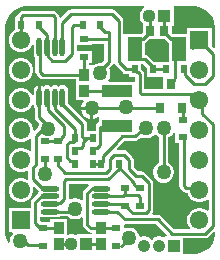
<source format=gbl>
G04*
G04 #@! TF.GenerationSoftware,Altium Limited,Altium Designer,22.2.1 (43)*
G04*
G04 Layer_Physical_Order=2*
G04 Layer_Color=16711680*
%FSLAX44Y44*%
%MOMM*%
G71*
G04*
G04 #@! TF.SameCoordinates,1728C203-2672-44AB-99B5-9D0C7A82A750*
G04*
G04*
G04 #@! TF.FilePolarity,Positive*
G04*
G01*
G75*
%ADD15R,0.5000X0.8000*%
%ADD17R,0.8000X0.5000*%
%ADD20R,0.7500X0.9000*%
%ADD27R,1.1200X1.1200*%
%ADD28C,1.1200*%
%ADD32C,0.2540*%
%ADD33C,1.5500*%
%ADD34R,1.5500X1.5500*%
%ADD35C,1.0500*%
%ADD36R,1.0500X1.0500*%
%ADD37C,1.2700*%
%ADD38O,0.4500X1.6000*%
%ADD39O,1.6000X0.4500*%
%ADD40R,2.6000X1.0000*%
%ADD41R,1.2500X2.0000*%
%ADD42R,0.8000X0.9000*%
%ADD43R,0.9121X1.0578*%
G36*
X117738Y208280D02*
X116922Y207809D01*
X115406Y206293D01*
X114335Y204437D01*
X113780Y202367D01*
Y200223D01*
X114335Y198153D01*
X115406Y196297D01*
X116330Y195373D01*
Y187049D01*
X115159Y185877D01*
X114613D01*
X114237Y185803D01*
X100843D01*
X100027Y186735D01*
Y197406D01*
X99731Y198892D01*
X98889Y200152D01*
X93040Y206002D01*
X91780Y206844D01*
X90293Y207140D01*
X55935D01*
X54448Y206844D01*
X53188Y206002D01*
X46968Y199782D01*
X45795Y200268D01*
Y200442D01*
X45499Y201929D01*
X44657Y203189D01*
X43169Y204677D01*
X41909Y205519D01*
X40422Y205815D01*
X14823D01*
X13336Y205519D01*
X12076Y204677D01*
X10588Y203189D01*
X9746Y201929D01*
X9450Y200442D01*
Y200215D01*
X8295D01*
Y189947D01*
X7017Y189209D01*
X5101Y187293D01*
X3746Y184947D01*
X3045Y182330D01*
Y179620D01*
X3746Y177003D01*
X5101Y174657D01*
X7017Y172741D01*
X9363Y171386D01*
X11980Y170685D01*
X14690D01*
X17307Y171386D01*
X19653Y172741D01*
X21569Y174657D01*
X22756Y176713D01*
X24026Y176388D01*
Y169510D01*
X24398Y167641D01*
X25400Y166141D01*
Y154230D01*
X25696Y152743D01*
X26538Y151483D01*
X29003Y149018D01*
X30263Y148176D01*
X31750Y147880D01*
X59574D01*
Y143936D01*
Y130393D01*
X65859D01*
X66385Y129122D01*
X65911Y128649D01*
X64741Y126621D01*
X64162Y124460D01*
X73025D01*
Y123190D01*
X74295D01*
Y114327D01*
X76456Y114906D01*
X78241Y115936D01*
X79068Y115561D01*
X79439Y115235D01*
Y111311D01*
X79076Y111239D01*
X77816Y110397D01*
X76974Y109136D01*
X76678Y107650D01*
Y104330D01*
X69250D01*
Y109555D01*
X68954Y111042D01*
X68112Y112302D01*
X53294Y127120D01*
Y138010D01*
X52922Y139879D01*
X51863Y141463D01*
X50279Y142522D01*
X48410Y142894D01*
X46541Y142522D01*
X45160Y141599D01*
X43779Y142522D01*
X41910Y142894D01*
X40041Y142522D01*
X38660Y141599D01*
X37279Y142522D01*
X35410Y142894D01*
X33541Y142522D01*
X32160Y141599D01*
X30779Y142522D01*
X30180Y142641D01*
Y132260D01*
X27640D01*
Y142641D01*
X27041Y142522D01*
X25457Y141463D01*
X24398Y139879D01*
X24026Y138010D01*
Y134762D01*
X22756Y134437D01*
X21569Y136493D01*
X19653Y138409D01*
X17307Y139764D01*
X14690Y140465D01*
X11980D01*
X9363Y139764D01*
X7017Y138409D01*
X5101Y136493D01*
X3746Y134147D01*
X3045Y131530D01*
Y128820D01*
X3746Y126203D01*
X5101Y123857D01*
X7017Y121941D01*
X9363Y120586D01*
X11980Y119885D01*
X14690D01*
X17307Y120586D01*
X19653Y121941D01*
X21569Y123857D01*
X22826Y126034D01*
X23384Y126082D01*
X24152Y125879D01*
X24398Y124641D01*
X25025Y123702D01*
Y115634D01*
X25321Y114148D01*
X26163Y112888D01*
X28884Y110167D01*
X28191Y108966D01*
X27677Y107049D01*
X24895Y104267D01*
X23625Y104793D01*
Y106130D01*
X22924Y108747D01*
X21569Y111093D01*
X19653Y113009D01*
X17307Y114364D01*
X14690Y115065D01*
X11980D01*
X9363Y114364D01*
X7017Y113009D01*
X5101Y111093D01*
X3746Y108747D01*
X3045Y106130D01*
Y103420D01*
X3746Y100803D01*
X5101Y98457D01*
X7017Y96541D01*
X9363Y95186D01*
X11980Y94485D01*
X14690D01*
X17307Y95186D01*
X19653Y96541D01*
X20631Y97519D01*
X21901Y96993D01*
Y87157D01*
X20631Y86631D01*
X19653Y87609D01*
X17307Y88964D01*
X14690Y89665D01*
X11980D01*
X9363Y88964D01*
X7017Y87609D01*
X5101Y85693D01*
X3746Y83347D01*
X3045Y80730D01*
Y78020D01*
X3746Y75403D01*
X5101Y73057D01*
X7017Y71141D01*
X9363Y69786D01*
X11980Y69085D01*
X14690D01*
X17307Y69786D01*
X18511Y70481D01*
X19610Y69846D01*
Y63737D01*
X19619Y63696D01*
X18485Y62883D01*
X17307Y63564D01*
X14690Y64265D01*
X11980D01*
X9363Y63564D01*
X7017Y62209D01*
X5101Y60293D01*
X3746Y57947D01*
X3045Y55330D01*
Y52620D01*
X3746Y50003D01*
X5101Y47657D01*
X7017Y45741D01*
X9363Y44386D01*
X11980Y43685D01*
X14690D01*
X17307Y44386D01*
X19653Y45741D01*
X21569Y47657D01*
X22924Y50003D01*
X23625Y52620D01*
Y55330D01*
X23264Y56678D01*
X24402Y57336D01*
X26700Y55038D01*
X26739Y55012D01*
X27929Y53822D01*
X28018Y53376D01*
X28216Y53079D01*
X27796Y51423D01*
X27338Y51117D01*
X22653Y46432D01*
X21811Y45172D01*
X21515Y43685D01*
Y38865D01*
X3045D01*
Y18285D01*
X5822D01*
X6348Y17015D01*
X5586Y16254D01*
X4416Y14226D01*
X3810Y11965D01*
Y9625D01*
X2648Y9055D01*
X2072Y9751D01*
X708Y13044D01*
X0Y16601D01*
Y18415D01*
Y191135D01*
Y192949D01*
X708Y196506D01*
X2096Y199858D01*
X4111Y202874D01*
X6676Y205439D01*
X9692Y207454D01*
X13044Y208842D01*
X16601Y209550D01*
X117398D01*
X117738Y208280D01*
D02*
G37*
G36*
X164307Y208818D02*
X167774Y207382D01*
X170894Y205297D01*
X173547Y202644D01*
X175632Y199524D01*
X177068Y196057D01*
X177800Y192376D01*
Y174768D01*
X176627Y174282D01*
X174730Y176179D01*
Y191265D01*
X154150D01*
Y185803D01*
X142528D01*
X142153Y185877D01*
X142081D01*
X140910Y187049D01*
Y193155D01*
X142760D01*
Y209435D01*
X143982Y209550D01*
X160626D01*
X164307Y208818D01*
D02*
G37*
G36*
X137725Y179246D02*
X138343Y178833D01*
Y162750D01*
X131090D01*
Y162750D01*
X130135Y162780D01*
Y162780D01*
X129832Y162780D01*
X125549D01*
X121049Y167279D01*
X119789Y168122D01*
X118423Y168393D01*
Y178516D01*
X119515Y179246D01*
X121824Y181555D01*
X135416D01*
X137725Y179246D01*
D02*
G37*
G36*
X83745Y163691D02*
X81554Y161499D01*
X81296Y161568D01*
X78955D01*
X76694Y160963D01*
X74961Y159962D01*
X73776Y159594D01*
X73776Y159594D01*
X73776Y159594D01*
X70560D01*
Y161570D01*
X73215D01*
Y171650D01*
X60735D01*
Y176570D01*
X73215D01*
Y177725D01*
X83745D01*
Y163691D01*
D02*
G37*
G36*
X92554Y160763D02*
X93396Y159502D01*
X99405Y153493D01*
X100665Y152651D01*
X102152Y152355D01*
X105055D01*
Y149700D01*
X109968D01*
Y145761D01*
X87440D01*
X86954Y146935D01*
X87239Y147220D01*
X88410Y149247D01*
X89016Y151508D01*
Y153849D01*
X88410Y156110D01*
X87949Y156907D01*
X90377Y159335D01*
X91219Y160595D01*
X91256Y160779D01*
X92550D01*
X92554Y160763D01*
D02*
G37*
G36*
X120055Y157286D02*
Y149700D01*
X130135D01*
Y149700D01*
X131090Y149670D01*
Y149670D01*
X131393Y149670D01*
X133820D01*
Y139140D01*
X117737D01*
Y152022D01*
X117441Y153509D01*
X116599Y154769D01*
X115135Y156233D01*
Y160648D01*
X116693D01*
X120055Y157286D01*
D02*
G37*
G36*
X143955Y102529D02*
Y93625D01*
X147245D01*
Y57387D01*
X147541Y55900D01*
X148383Y54640D01*
X150133Y52890D01*
X151393Y52048D01*
X152880Y51752D01*
X154383D01*
X154851Y50003D01*
X156206Y47657D01*
X158122Y45741D01*
X160468Y44386D01*
X163085Y43685D01*
X165795D01*
X168412Y44386D01*
X170758Y45741D01*
X170942Y45925D01*
X172115Y45439D01*
Y37111D01*
X170942Y36625D01*
X170758Y36809D01*
X168412Y38164D01*
X165795Y38865D01*
X163085D01*
X160468Y38164D01*
X158122Y36809D01*
X156206Y34893D01*
X154851Y32547D01*
X154150Y29930D01*
Y27220D01*
X154851Y24603D01*
X156206Y22257D01*
X156390Y22073D01*
X155904Y20900D01*
X143012D01*
X131954Y31957D01*
X130694Y32799D01*
X129208Y33095D01*
X124897D01*
X124429Y34365D01*
X125064Y35315D01*
X125360Y36802D01*
Y59958D01*
X125064Y61445D01*
X124222Y62705D01*
X118211Y68715D01*
X116951Y69557D01*
X115465Y69853D01*
X112407D01*
X108672Y73588D01*
Y79580D01*
X108377Y81067D01*
X107535Y82327D01*
X103105Y86757D01*
X101845Y87599D01*
X100358Y87895D01*
X94783D01*
X94297Y89068D01*
X100755Y95527D01*
X109557D01*
X111043Y95822D01*
X111263Y95969D01*
X111731Y96062D01*
X112991Y96904D01*
X115020Y98932D01*
X115949Y98396D01*
X118210Y97790D01*
X120550D01*
X122811Y98396D01*
X124839Y99566D01*
X126206Y100934D01*
X127000Y101109D01*
X127794Y100934D01*
X129161Y99566D01*
X130418Y98841D01*
Y77421D01*
X128526Y76329D01*
X126871Y74674D01*
X125701Y72646D01*
X125095Y70385D01*
Y68045D01*
X125701Y65784D01*
X126871Y63756D01*
X128526Y62101D01*
X130554Y60931D01*
X132815Y60325D01*
X135155D01*
X137416Y60931D01*
X139444Y62101D01*
X141099Y63756D01*
X142269Y65784D01*
X142875Y68045D01*
Y70385D01*
X142269Y72646D01*
X141099Y74674D01*
X139444Y76329D01*
X138187Y77054D01*
Y98474D01*
X140079Y99566D01*
X141734Y101221D01*
X142685Y102869D01*
X143955Y102529D01*
D02*
G37*
G36*
X70755Y57895D02*
X70338Y57617D01*
X66723Y54002D01*
X65881Y52742D01*
X65585Y51255D01*
Y45782D01*
X64315Y45366D01*
X62486Y46422D01*
X60225Y47027D01*
X57885D01*
X55624Y46422D01*
X55227Y46193D01*
X53975Y46936D01*
Y59166D01*
X70370D01*
X70755Y57895D01*
D02*
G37*
G36*
X53596Y31024D02*
X55624Y29853D01*
X57885Y29247D01*
X60225D01*
X62486Y29853D01*
X64315Y30909D01*
X65585Y30493D01*
Y24739D01*
X65881Y23253D01*
X66723Y21993D01*
X69664Y19052D01*
X70924Y18210D01*
X72411Y17914D01*
X73544D01*
Y16395D01*
X60440D01*
Y16292D01*
X59340Y15656D01*
X59022Y15840D01*
X56952Y16395D01*
X54808D01*
X53456Y16033D01*
X52186Y16895D01*
Y29419D01*
X37984D01*
Y26510D01*
X30704D01*
X29285Y27929D01*
Y30805D01*
X30405Y31404D01*
X30661Y31233D01*
X32530Y30861D01*
X44030D01*
X45899Y31233D01*
X46838Y31860D01*
X52760D01*
X53596Y31024D01*
D02*
G37*
G36*
X136975Y15948D02*
X136489Y14775D01*
X135085D01*
Y14612D01*
X133815Y13879D01*
X133182Y14244D01*
X131201Y14775D01*
X129149D01*
X127168Y14244D01*
X125392Y13218D01*
X124677Y12504D01*
X123825Y11857D01*
X122973Y12504D01*
X122258Y13218D01*
X120482Y14244D01*
X118501Y14775D01*
X116449D01*
X114978Y14381D01*
X114803Y14392D01*
X113780Y14910D01*
X113519Y15163D01*
X113102Y16720D01*
X111932Y18748D01*
X110277Y20403D01*
X108249Y21573D01*
X105988Y22179D01*
X103648D01*
X101790Y21681D01*
X100520Y22387D01*
Y24618D01*
X101382Y25325D01*
X127598D01*
X136975Y15948D01*
D02*
G37*
G36*
X177800Y18434D02*
Y16029D01*
X177117Y12594D01*
X175776Y9358D01*
X173831Y6446D01*
X171354Y3969D01*
X168442Y2024D01*
X165206Y683D01*
X161771Y0D01*
X150665D01*
Y13130D01*
X169228D01*
X170715Y13426D01*
X171975Y14268D01*
X176627Y18920D01*
X177800Y18434D01*
D02*
G37*
%LPC*%
G36*
X14690Y165865D02*
X11980D01*
X9363Y165164D01*
X7017Y163809D01*
X5101Y161893D01*
X3746Y159547D01*
X3045Y156930D01*
Y154220D01*
X3746Y151603D01*
X5101Y149257D01*
X7017Y147341D01*
X9363Y145986D01*
X11980Y145285D01*
X14690D01*
X17307Y145986D01*
X19653Y147341D01*
X21569Y149257D01*
X22924Y151603D01*
X23625Y154220D01*
Y156930D01*
X22924Y159547D01*
X21569Y161893D01*
X19653Y163809D01*
X17307Y165164D01*
X14690Y165865D01*
D02*
G37*
G36*
X71755Y121920D02*
X64162D01*
X64741Y119759D01*
X65911Y117731D01*
X67566Y116076D01*
X69594Y114906D01*
X71755Y114327D01*
Y121920D01*
D02*
G37*
%LPD*%
D15*
X59055Y76200D02*
D03*
X74055D02*
D03*
X96280D02*
D03*
X81280D02*
D03*
X59055Y86995D02*
D03*
X74055D02*
D03*
X80405Y193675D02*
D03*
X65405D02*
D03*
X59055Y97790D02*
D03*
X74055D02*
D03*
X28335Y193675D02*
D03*
X13335D02*
D03*
X151130Y156210D02*
D03*
X136130D02*
D03*
X110095Y156240D02*
D03*
X125095D02*
D03*
D17*
X31750Y6470D02*
D03*
Y21470D02*
D03*
X44450Y80645D02*
D03*
Y95645D02*
D03*
X113665Y40880D02*
D03*
Y55880D02*
D03*
X66675Y181610D02*
D03*
Y166610D02*
D03*
X101600Y55880D02*
D03*
Y40880D02*
D03*
X93980Y21470D02*
D03*
Y6470D02*
D03*
X33655Y80645D02*
D03*
Y95645D02*
D03*
X150495Y98665D02*
D03*
Y113665D02*
D03*
D20*
X134620Y188595D02*
D03*
X122620D02*
D03*
D27*
X68580Y8255D02*
D03*
X134620Y201295D02*
D03*
D28*
X55880Y8255D02*
D03*
X121920Y201295D02*
D03*
D32*
X143510Y148543D02*
Y169640D01*
X147133Y173263D01*
X140360Y143825D02*
X143090Y146555D01*
Y148123D01*
X143510Y148543D01*
X133985Y69215D02*
X134303Y69532D01*
Y106362D01*
X80126Y152678D02*
Y154577D01*
X87630Y162082D01*
X129215Y123190D02*
X130835Y124810D01*
X102014Y123190D02*
X129215D01*
X38280Y35745D02*
X53913D01*
X56306Y38137D01*
X59055D01*
X97899Y6241D02*
X98306D01*
X104818Y12753D01*
Y13289D01*
X72411Y21799D02*
X80645D01*
X80974Y21470D01*
X93980D01*
X25400Y26320D02*
X29495Y22225D01*
X25400Y26320D02*
Y43685D01*
X29495Y22225D02*
X44450D01*
X19019Y7225D02*
X31750D01*
X94847Y35745D02*
X101382Y29210D01*
X129208D02*
X141403Y17015D01*
X101382Y29210D02*
X129208D01*
X119243Y34570D02*
X121475Y36802D01*
X108087Y34570D02*
X119243D01*
X104330Y38327D02*
X108087Y34570D01*
X101600Y40880D02*
X103100D01*
X104330Y39650D01*
Y38327D02*
Y39650D01*
X100100Y40880D02*
X101600D01*
X121475Y36802D02*
Y59958D01*
X25400Y43685D02*
X30085Y48370D01*
X12700Y10795D02*
X15449D01*
X19019Y7225D01*
X87630Y162082D02*
Y181610D01*
X66675D02*
X87630D01*
X80405Y192175D02*
X84455Y188125D01*
X87630D01*
X80405Y192175D02*
Y193675D01*
X87630Y181610D02*
Y188125D01*
X55232Y78930D02*
X57825D01*
X52350Y81812D02*
Y92573D01*
X57825Y78930D02*
X58420Y78335D01*
Y76200D02*
Y78335D01*
X52350Y81812D02*
X55232Y78930D01*
X134303Y106362D02*
X134620Y106680D01*
X117274D02*
X119380D01*
X109796Y99651D02*
X110245D01*
X99146Y99411D02*
X109557D01*
X110245Y99651D02*
X117274Y106680D01*
X109557Y99411D02*
X109796Y99651D01*
X101443Y123761D02*
X102014Y124331D01*
X73596Y123761D02*
X101443D01*
X93905Y94170D02*
X99146Y99411D01*
X73025Y123190D02*
X73596Y123761D01*
X82510Y77430D02*
Y82775D01*
X93905Y94170D01*
X164440Y130175D02*
X166920Y127695D01*
X161552Y130175D02*
X164440D01*
X113852Y136743D02*
Y152022D01*
Y136743D02*
X115340Y135255D01*
X156472D01*
X161552Y130175D01*
X112364Y153510D02*
X113852Y152022D01*
X111325Y153510D02*
X112364D01*
X110095Y154740D02*
Y156240D01*
Y154740D02*
X111325Y153510D01*
X102152Y156240D02*
X110095D01*
X176000Y150787D02*
Y169415D01*
X169228Y144015D02*
X176000Y150787D01*
X164440Y180975D02*
X176000Y169415D01*
X159652Y144015D02*
X169228D01*
X152360Y151307D02*
X159652Y144015D01*
X152360Y151307D02*
Y154980D01*
X151130Y156210D02*
X152360Y154980D01*
X149860Y123825D02*
X150495Y123190D01*
Y113665D02*
Y123190D01*
X125125Y156210D02*
X136130D01*
X125095Y156240D02*
X125125Y156210D01*
X118302Y164533D02*
X125095Y157740D01*
X114613Y164533D02*
X118302D01*
X109633Y169513D02*
X114613Y164533D01*
X109633Y169513D02*
Y173263D01*
X125095Y156240D02*
Y157740D01*
X122270Y188945D02*
X122620Y188595D01*
X122270Y188945D02*
Y200945D01*
X121920Y201295D02*
X122270Y200945D01*
X134620Y188595D02*
Y201295D01*
Y187845D02*
X140472Y181993D01*
X142153D02*
X147133Y177013D01*
Y173263D02*
Y177013D01*
X134620Y187845D02*
Y188595D01*
X140472Y181993D02*
X142153D01*
X116768D02*
X122620Y187845D01*
X114613Y181993D02*
X116768D01*
X109633Y177013D02*
X114613Y181993D01*
X109633Y173263D02*
Y177013D01*
X122620Y187845D02*
Y188595D01*
X151130Y57387D02*
Y98030D01*
X150495Y98665D02*
X151130Y98030D01*
X90293Y203255D02*
X96143Y197406D01*
X176000Y23787D02*
Y109563D01*
X166920Y118644D02*
X176000Y109563D01*
X166920Y118644D02*
Y127695D01*
X141403Y17015D02*
X169228D01*
X176000Y23787D01*
X65365Y99278D02*
Y109555D01*
X49050Y125870D02*
X65365Y109555D01*
X59055Y97790D02*
Y106008D01*
X35785Y122093D02*
X49530Y108348D01*
X59055Y96290D02*
Y97790D01*
X49530Y100725D02*
Y108348D01*
X42285Y122778D02*
X59055Y106008D01*
X100358Y84010D02*
X104788Y79580D01*
X110798Y65968D02*
X115465D01*
X104788Y71979D02*
Y79580D01*
X115465Y65968D02*
X121475Y59958D01*
X92202Y84010D02*
X100358D01*
X104788Y71979D02*
X110798Y65968D01*
X109410Y58635D02*
X112165Y55880D01*
X109410Y58635D02*
Y59958D01*
X96280Y73088D02*
X109410Y59958D01*
X157960Y174495D02*
X164440Y180975D01*
X151130Y57387D02*
X152880Y55637D01*
X162778D01*
X164440Y53975D01*
X46540Y42685D02*
X50090Y46235D01*
Y61562D01*
X38655Y42620D02*
X45791D01*
X45856Y42685D02*
X46540D01*
X45791Y42620D02*
X45856Y42685D01*
X50090Y61562D02*
X51578Y63050D01*
X87203D01*
X96280Y72128D01*
X85358Y68390D02*
X88780Y71812D01*
X50990Y68390D02*
X85358D01*
X96280Y72128D02*
Y73088D01*
X44450Y74930D02*
X50990Y68390D01*
X38280Y42245D02*
X38655Y42620D01*
X88780Y71812D02*
Y80588D01*
X44450Y74930D02*
Y80645D01*
X69470Y24739D02*
Y51255D01*
X73085Y54870D02*
X80905D01*
X69470Y51255D02*
X73085Y54870D01*
X88780Y80588D02*
X92202Y84010D01*
X81490Y42455D02*
X98525D01*
X69470Y24739D02*
X72411Y21799D01*
X29447Y57785D02*
X29460D01*
X25786Y99664D02*
X31213Y105091D01*
X33655Y67945D02*
Y80645D01*
X23495Y73187D02*
X25786Y75478D01*
Y99664D01*
X23495Y63737D02*
X29447Y57785D01*
X29460D02*
X32000Y55245D01*
X23495Y63737D02*
Y73187D01*
X32000Y55245D02*
X38280D01*
X96143Y162249D02*
Y197406D01*
Y162249D02*
X102152Y156240D01*
X45085Y21590D02*
X47416Y23921D01*
X30085Y48370D02*
X37905D01*
X36475Y107035D02*
Y108070D01*
X28910Y115634D02*
X36475Y108070D01*
X35785Y122093D02*
Y131885D01*
X49050Y125870D02*
Y131620D01*
X42285Y122778D02*
Y131885D01*
X28910Y115634D02*
Y132260D01*
X48410D02*
X49050Y131620D01*
X44450Y95645D02*
X45950D01*
X47180Y96875D02*
Y98375D01*
X45950Y95645D02*
X47180Y96875D01*
Y98375D02*
X49530Y100725D01*
X81280Y76200D02*
X82510Y77430D01*
X68580Y8255D02*
X80645D01*
X45085Y8046D02*
X45294Y8255D01*
X55880D01*
X37905Y48370D02*
X38280Y48745D01*
X44450Y22225D02*
X45085Y21590D01*
X81655Y49120D02*
X99662D01*
X101600Y51058D01*
Y55880D01*
X98154Y138886D02*
X99060Y137980D01*
X66675Y138221D02*
X94979D01*
X31750Y151765D02*
X66675D01*
Y166610D01*
X96280Y73088D02*
Y74700D01*
Y75450D02*
Y76200D01*
Y74700D02*
Y75450D01*
X29285Y154230D02*
Y174885D01*
Y154230D02*
X31750Y151765D01*
X33655Y95885D02*
X44450D01*
X81280Y42245D02*
X81490Y42455D01*
X81280Y35745D02*
X94847D01*
X98525Y42455D02*
X100100Y40880D01*
X101600Y51058D02*
X103088Y49570D01*
X112177D01*
X113665Y48082D01*
Y40880D02*
Y48082D01*
X81280Y48745D02*
X81655Y49120D01*
X80905Y54870D02*
X81280Y55245D01*
X112165Y55880D02*
X113665D01*
X73420Y76200D02*
X81280D01*
X64539Y89725D02*
X66027Y91213D01*
X59890Y89725D02*
X64539D01*
X66027Y91213D02*
Y94642D01*
X69175Y97790D01*
X58660Y88495D02*
X59890Y89725D01*
X58660Y86995D02*
Y88495D01*
X65365Y99278D02*
X66853Y97790D01*
X69175D02*
X74055D01*
X66853D02*
X69175D01*
X41910Y132260D02*
X42285Y131885D01*
X44450Y95645D02*
Y95885D01*
X57825Y95060D02*
X59055Y96290D01*
X54837Y95060D02*
X57825D01*
X52350Y92573D02*
X54837Y95060D01*
X80563Y92410D02*
Y107650D01*
X73660Y86995D02*
Y88495D01*
X74890Y89725D01*
X77878D01*
X80563Y92410D01*
Y107650D02*
X95740D01*
X98280Y108285D02*
X98425Y108430D01*
X58338Y193675D02*
X65405D01*
X56850Y192187D02*
X58338Y193675D01*
X56850Y169380D02*
Y192187D01*
X55935Y203255D02*
X90293D01*
X48410Y195730D02*
X55935Y203255D01*
X39400Y163450D02*
X50920D01*
X56850Y169380D01*
X35785Y167065D02*
X39400Y163450D01*
X35035Y175635D02*
X35410Y175260D01*
X35785Y174885D01*
X28335Y192175D02*
X35035Y185475D01*
Y175635D02*
Y185475D01*
X28335Y192175D02*
Y193675D01*
X13335Y180975D02*
Y193675D01*
Y200442D01*
X41910Y175260D02*
Y200442D01*
X40422Y201930D02*
X41910Y200442D01*
X14823Y201930D02*
X40422D01*
X13335Y200442D02*
X14823Y201930D01*
X48410Y175260D02*
Y195730D01*
X28910Y175260D02*
X29285Y174885D01*
X35785Y167065D02*
Y174885D01*
X125095Y201325D02*
X125127Y201292D01*
D33*
X13335Y180975D02*
D03*
Y155575D02*
D03*
Y130175D02*
D03*
Y104775D02*
D03*
Y79375D02*
D03*
Y53975D02*
D03*
X164440Y155575D02*
D03*
Y130175D02*
D03*
Y104775D02*
D03*
Y79375D02*
D03*
Y53975D02*
D03*
Y28575D02*
D03*
D34*
X13335Y28575D02*
D03*
X164440Y180975D02*
D03*
D35*
X117475Y6985D02*
D03*
X130175D02*
D03*
D36*
X142875D02*
D03*
D37*
X133985Y69215D02*
D03*
X80126Y152678D02*
D03*
X59055Y38137D02*
D03*
X104818Y13289D02*
D03*
X12700Y10795D02*
D03*
X134620Y106680D02*
D03*
X119380D02*
D03*
X102014Y124331D02*
D03*
X73025Y123190D02*
D03*
X33655Y67945D02*
D03*
X36475Y105535D02*
D03*
D38*
X48410Y132260D02*
D03*
X41910D02*
D03*
X35410D02*
D03*
X28910D02*
D03*
X48410Y175260D02*
D03*
X41910D02*
D03*
X35410D02*
D03*
X28910D02*
D03*
D39*
X81280Y55245D02*
D03*
Y48745D02*
D03*
Y42245D02*
D03*
Y35745D02*
D03*
X38280Y55245D02*
D03*
Y48745D02*
D03*
Y42245D02*
D03*
Y35745D02*
D03*
D40*
X94979Y138221D02*
D03*
Y108221D02*
D03*
D41*
X109633Y173263D02*
D03*
X147133D02*
D03*
D42*
X140360Y143825D02*
D03*
X130860Y123825D02*
D03*
X149860D02*
D03*
D43*
X80645Y21799D02*
D03*
Y8255D02*
D03*
X66675Y151765D02*
D03*
Y138221D02*
D03*
X45085Y21590D02*
D03*
Y8046D02*
D03*
M02*

</source>
